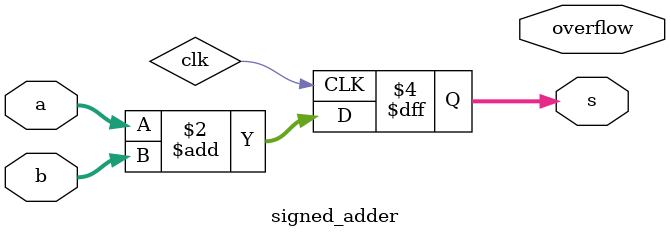
<source format=v>

module signed_adder(input [7:0] a,
    input [7:0] b,
    output [7:0] s,
    output overflow
); 

// The numbers a and b are added to the output s. 
// assign the occurence of the signed overflow of a and b to the output overflow.
// a signed overflow occurs if the most significant bits of a and b are low and the most significant bit of s is high
// a signed overflow may also occur if the most significant bits of a and b are high and the most significant bit of s is low


  always @(posedge clk)
  begin
    if (clk)
      s <= a + b;
    else
      s <= b + a;
  end
;

endmodule

</source>
